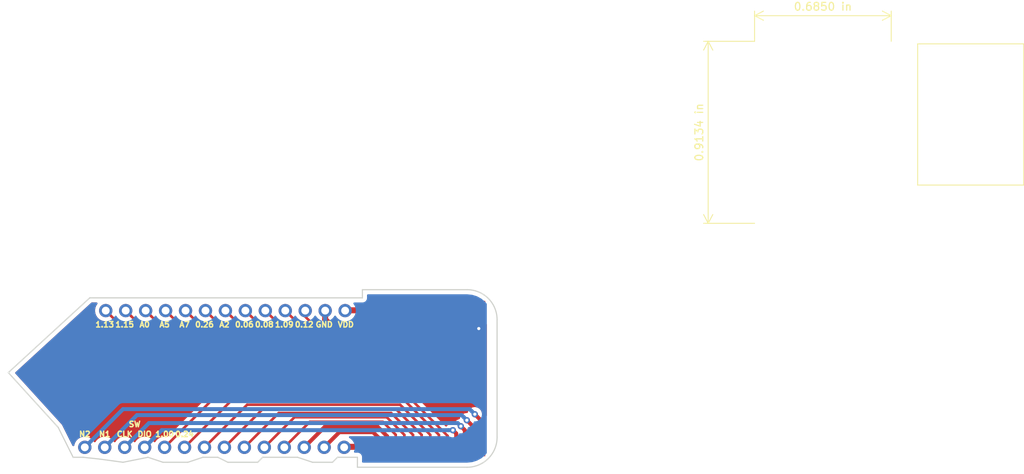
<source format=kicad_pcb>
(kicad_pcb (version 20171130) (host pcbnew 5.1.5-52549c5~84~ubuntu18.04.1)

  (general
    (thickness 1.6)
    (drawings 53)
    (tracks 132)
    (zones 0)
    (modules 3)
    (nets 28)
  )

  (page A4)
  (title_block
    (title "Project Title")
  )

  (layers
    (0 F.Cu signal)
    (31 B.Cu signal)
    (32 B.Adhes user)
    (33 F.Adhes user)
    (34 B.Paste user)
    (35 F.Paste user)
    (36 B.SilkS user)
    (37 F.SilkS user)
    (38 B.Mask user)
    (39 F.Mask user)
    (40 Dwgs.User user)
    (41 Cmts.User user)
    (42 Eco1.User user)
    (43 Eco2.User user)
    (44 Edge.Cuts user)
    (45 Margin user)
    (46 B.CrtYd user)
    (47 F.CrtYd user)
    (48 B.Fab user)
    (49 F.Fab user)
  )

  (setup
    (last_trace_width 0.762)
    (user_trace_width 0.1524)
    (user_trace_width 0.254)
    (user_trace_width 0.3302)
    (user_trace_width 0.508)
    (user_trace_width 0.762)
    (user_trace_width 1.27)
    (trace_clearance 0.2)
    (zone_clearance 0.508)
    (zone_45_only no)
    (trace_min 0.2)
    (via_size 0.8)
    (via_drill 0.4)
    (via_min_size 0.4)
    (via_min_drill 0.3)
    (user_via 0.6858 0.3302)
    (user_via 0.762 0.4064)
    (user_via 0.8636 0.508)
    (uvia_size 0.3)
    (uvia_drill 0.1)
    (uvias_allowed no)
    (uvia_min_size 0.2)
    (uvia_min_drill 0.1)
    (edge_width 0.05)
    (segment_width 0.2)
    (pcb_text_width 0.3)
    (pcb_text_size 1.5 1.5)
    (mod_edge_width 0.12)
    (mod_text_size 1 1)
    (mod_text_width 0.15)
    (pad_size 1.524 1.524)
    (pad_drill 0.762)
    (pad_to_mask_clearance 0.051)
    (solder_mask_min_width 0.25)
    (pad_to_paste_clearance -0.0762)
    (aux_axis_origin 0 0)
    (visible_elements FFFFFF7F)
    (pcbplotparams
      (layerselection 0x010fc_ffffffff)
      (usegerberextensions false)
      (usegerberattributes false)
      (usegerberadvancedattributes false)
      (creategerberjobfile false)
      (excludeedgelayer true)
      (linewidth 0.100000)
      (plotframeref false)
      (viasonmask false)
      (mode 1)
      (useauxorigin false)
      (hpglpennumber 1)
      (hpglpenspeed 20)
      (hpglpendiameter 15.000000)
      (psnegative false)
      (psa4output false)
      (plotreference true)
      (plotvalue true)
      (plotinvisibletext false)
      (padsonsilk false)
      (subtractmaskfromsilk false)
      (outputformat 1)
      (mirror false)
      (drillshape 1)
      (scaleselection 1)
      (outputdirectory ""))
  )

  (net 0 "")
  (net 1 GND)
  (net 2 /P1.13)
  (net 3 /P1.15)
  (net 4 /P0.02-AIN0)
  (net 5 /P0.29-AIN5)
  (net 6 /P0.31-AIN7)
  (net 7 /P0.26)
  (net 8 /P0.04-AIN2)
  (net 9 /P0.06)
  (net 10 /P0.08)
  (net 11 /P1.09)
  (net 12 /P0.12)
  (net 13 VDD)
  (net 14 /VDDH)
  (net 15 /D-)
  (net 16 /D+)
  (net 17 /P0.13)
  (net 18 /P0.15)
  (net 19 /P0.18-RESET)
  (net 20 /P0.20)
  (net 21 /P0.22)
  (net 22 /P0.24)
  (net 23 /P1.00)
  (net 24 /SWDIO)
  (net 25 /SWCLK)
  (net 26 /P0.09-NFC1)
  (net 27 /P0.10-NFC2)

  (net_class Default "This is the default net class."
    (clearance 0.2)
    (trace_width 0.25)
    (via_dia 0.8)
    (via_drill 0.4)
    (uvia_dia 0.3)
    (uvia_drill 0.1)
    (add_net /D+)
    (add_net /D-)
    (add_net /P0.02-AIN0)
    (add_net /P0.04-AIN2)
    (add_net /P0.06)
    (add_net /P0.08)
    (add_net /P0.09-NFC1)
    (add_net /P0.10-NFC2)
    (add_net /P0.12)
    (add_net /P0.13)
    (add_net /P0.15)
    (add_net /P0.18-RESET)
    (add_net /P0.20)
    (add_net /P0.22)
    (add_net /P0.24)
    (add_net /P0.26)
    (add_net /P0.29-AIN5)
    (add_net /P0.31-AIN7)
    (add_net /P1.00)
    (add_net /P1.09)
    (add_net /P1.13)
    (add_net /P1.15)
    (add_net /SWCLK)
    (add_net /SWDIO)
    (add_net /VDDH)
    (add_net GND)
    (add_net VDD)
  )

  (module MS88SF2_01:PinSocket_1x13 (layer F.Cu) (tedit 5E1E170E) (tstamp 5E1F20AB)
    (at 121.412 93.472 90)
    (descr "Through hole straight socket strip, 1x13, 2.54mm pitch, single row (from Kicad 4.0.7), script generated")
    (tags "Through hole socket strip THT 1x13 2.54mm single row")
    (path /5E1FC5E9)
    (fp_text reference J1 (at 0 -2.77 90) (layer F.Fab) hide
      (effects (font (size 1 1) (thickness 0.15)))
    )
    (fp_text value Conn_01x13_Female (at 0 33.02 90) (layer F.Fab) hide
      (effects (font (size 1 1) (thickness 0.15)))
    )
    (fp_text user %R (at 0 16.51) (layer F.Fab)
      (effects (font (size 1 1) (thickness 0.15)))
    )
    (pad 13 thru_hole oval (at 0 30.48 90) (size 1.7 1.7) (drill 1) (layers *.Cu *.Mask)
      (net 13 VDD))
    (pad 12 thru_hole oval (at 0 27.94 90) (size 1.7 1.7) (drill 1) (layers *.Cu *.Mask)
      (net 1 GND))
    (pad 11 thru_hole oval (at 0 25.4 90) (size 1.7 1.7) (drill 1) (layers *.Cu *.Mask)
      (net 12 /P0.12))
    (pad 10 thru_hole oval (at 0 22.86 90) (size 1.7 1.7) (drill 1) (layers *.Cu *.Mask)
      (net 11 /P1.09))
    (pad 9 thru_hole oval (at 0 20.32 90) (size 1.7 1.7) (drill 1) (layers *.Cu *.Mask)
      (net 10 /P0.08))
    (pad 8 thru_hole oval (at 0 17.78 90) (size 1.7 1.7) (drill 1) (layers *.Cu *.Mask)
      (net 9 /P0.06))
    (pad 7 thru_hole oval (at 0 15.24 90) (size 1.7 1.7) (drill 1) (layers *.Cu *.Mask)
      (net 8 /P0.04-AIN2))
    (pad 6 thru_hole oval (at 0 12.7 90) (size 1.7 1.7) (drill 1) (layers *.Cu *.Mask)
      (net 7 /P0.26))
    (pad 5 thru_hole oval (at 0 10.16 90) (size 1.7 1.7) (drill 1) (layers *.Cu *.Mask)
      (net 6 /P0.31-AIN7))
    (pad 4 thru_hole oval (at 0 7.62 90) (size 1.7 1.7) (drill 1) (layers *.Cu *.Mask)
      (net 5 /P0.29-AIN5))
    (pad 3 thru_hole oval (at 0 5.08 90) (size 1.7 1.7) (drill 1) (layers *.Cu *.Mask)
      (net 4 /P0.02-AIN0))
    (pad 2 thru_hole oval (at 0 2.54 90) (size 1.7 1.7) (drill 1) (layers *.Cu *.Mask)
      (net 3 /P1.15))
    (pad 1 thru_hole circle (at 0 0 90) (size 1.7 1.7) (drill 1) (layers *.Cu *.Mask)
      (net 2 /P1.13))
    (model ${KISYS3DMOD}/Connector_PinHeader_2.54mm.3dshapes/PinHeader_1x13_P2.54mm_Vertical.wrl
      (offset (xyz 0 0 -1.78))
      (scale (xyz 1 1 1))
      (rotate (xyz 0 180 0))
    )
  )

  (module MS88SF2_01:PinSocket_1x14 (layer F.Cu) (tedit 5E1D494A) (tstamp 5E1E48F8)
    (at 118.745 110.8964 90)
    (descr "Through hole straight socket strip, 1x14, 2.54mm pitch, single row (from Kicad 4.0.7), script generated")
    (tags "Through hole socket strip THT 1x14 2.54mm single row")
    (path /5E23FDC2)
    (fp_text reference J2 (at 0 -2.77 90) (layer F.Fab) hide
      (effects (font (size 1 1) (thickness 0.15)))
    )
    (fp_text value Conn_01x14_Female (at 0 35.79 90) (layer F.Fab) hide
      (effects (font (size 1 1) (thickness 0.15)))
    )
    (fp_text user %R (at 0 16.51) (layer F.Fab)
      (effects (font (size 1 1) (thickness 0.15)))
    )
    (pad 14 thru_hole oval (at 0 33.02 90) (size 1.7 1.7) (drill 1) (layers *.Cu *.Mask)
      (net 14 /VDDH))
    (pad 13 thru_hole oval (at 0 30.48 90) (size 1.7 1.7) (drill 1) (layers *.Cu *.Mask)
      (net 15 /D-))
    (pad 12 thru_hole oval (at 0 27.94 90) (size 1.7 1.7) (drill 1) (layers *.Cu *.Mask)
      (net 16 /D+))
    (pad 11 thru_hole oval (at 0 25.4 90) (size 1.7 1.7) (drill 1) (layers *.Cu *.Mask)
      (net 17 /P0.13))
    (pad 10 thru_hole oval (at 0 22.86 90) (size 1.7 1.7) (drill 1) (layers *.Cu *.Mask)
      (net 18 /P0.15))
    (pad 9 thru_hole oval (at 0 20.32 90) (size 1.7 1.7) (drill 1) (layers *.Cu *.Mask)
      (net 19 /P0.18-RESET))
    (pad 8 thru_hole oval (at 0 17.78 90) (size 1.7 1.7) (drill 1) (layers *.Cu *.Mask)
      (net 20 /P0.20))
    (pad 7 thru_hole oval (at 0 15.24 90) (size 1.7 1.7) (drill 1) (layers *.Cu *.Mask)
      (net 21 /P0.22))
    (pad 6 thru_hole oval (at 0 12.7 90) (size 1.7 1.7) (drill 1) (layers *.Cu *.Mask)
      (net 22 /P0.24))
    (pad 5 thru_hole oval (at 0 10.16 90) (size 1.7 1.7) (drill 1) (layers *.Cu *.Mask)
      (net 23 /P1.00))
    (pad 4 thru_hole oval (at 0 7.62 90) (size 1.7 1.7) (drill 1) (layers *.Cu *.Mask)
      (net 24 /SWDIO))
    (pad 3 thru_hole oval (at 0 5.08 90) (size 1.7 1.7) (drill 1) (layers *.Cu *.Mask)
      (net 25 /SWCLK))
    (pad 2 thru_hole oval (at 0 2.54 90) (size 1.7 1.7) (drill 1) (layers *.Cu *.Mask)
      (net 26 /P0.09-NFC1))
    (pad 1 thru_hole circle (at 0 0 90) (size 1.7 1.7) (drill 1) (layers *.Cu *.Mask)
      (net 27 /P0.10-NFC2))
    (model ${KISYS3DMOD}/Connector_PinHeader_2.54mm.3dshapes/PinHeader_1x14_P2.54mm_Vertical.wrl
      (offset (xyz 0 0 -1.78))
      (scale (xyz 1 1 1))
      (rotate (xyz 0 180 0))
    )
  )

  (module MS88SF2_01:MS88SF2 (layer F.Cu) (tedit 5E1967CA) (tstamp 5E1D4FE7)
    (at 162.34918 102.1334 270)
    (path /5E20E849)
    (fp_text reference U1 (at 0 -16.51 90) (layer F.Fab) hide
      (effects (font (size 1 1) (thickness 0.15)))
    )
    (fp_text value MS88SF2 (at 0 10.795 90) (layer F.Fab) hide
      (effects (font (size 1 1) (thickness 0.15)))
    )
    (fp_line (start -8.7 8.6868) (end 8.7 8.6868) (layer F.Fab) (width 0.12))
    (fp_line (start -8.7 8.6868) (end -8.7 -14.5132) (layer F.Fab) (width 0.12))
    (fp_line (start 8.7 8.6868) (end 8.7 -14.5132) (layer F.Fab) (width 0.12))
    (fp_line (start -8.7 -14.5132) (end 8.7 -14.5132) (layer F.Fab) (width 0.12))
    (fp_line (start -8.6868 -7.62) (end 8.6868 -7.62) (layer F.Fab) (width 0.12))
    (fp_line (start 8.6868 -7.62) (end -8.6868 -14.5034) (layer F.Fab) (width 0.12))
    (fp_line (start 8.6868 -14.5034) (end -8.6868 -7.62) (layer F.Fab) (width 0.12))
    (pad 1 smd rect (at -8.7 -6.985 270) (size 2.4 0.8) (layers F.Cu F.Paste F.Mask)
      (net 1 GND))
    (pad 2 smd rect (at -8.7 -5.885 270) (size 2.4 0.8) (layers F.Cu F.Paste F.Mask)
      (net 2 /P1.13))
    (pad 3 smd rect (at -8.7 -4.785 270) (size 2.4 0.8) (layers F.Cu F.Paste F.Mask)
      (net 3 /P1.15))
    (pad 4 smd rect (at -8.7 -3.685 270) (size 2.4 0.8) (layers F.Cu F.Paste F.Mask)
      (net 4 /P0.02-AIN0))
    (pad 5 smd rect (at -8.7 -2.585 270) (size 2.4 0.8) (layers F.Cu F.Paste F.Mask)
      (net 5 /P0.29-AIN5))
    (pad 6 smd rect (at -8.7 -1.485 270) (size 2.4 0.8) (layers F.Cu F.Paste F.Mask)
      (net 6 /P0.31-AIN7))
    (pad 7 smd rect (at -8.7 -0.385 270) (size 2.4 0.8) (layers F.Cu F.Paste F.Mask)
      (net 7 /P0.26))
    (pad 8 smd rect (at -8.7 0.715 270) (size 2.4 0.8) (layers F.Cu F.Paste F.Mask)
      (net 8 /P0.04-AIN2))
    (pad 9 smd rect (at -8.7 1.815 270) (size 2.4 0.8) (layers F.Cu F.Paste F.Mask)
      (net 9 /P0.06))
    (pad 10 smd rect (at -8.7 2.915 270) (size 2.4 0.8) (layers F.Cu F.Paste F.Mask)
      (net 10 /P0.08))
    (pad 11 smd rect (at -8.7 4.015 270) (size 2.4 0.8) (layers F.Cu F.Paste F.Mask)
      (net 11 /P1.09))
    (pad 12 smd rect (at -8.7 5.115 270) (size 2.4 0.8) (layers F.Cu F.Paste F.Mask)
      (net 12 /P0.12))
    (pad 13 smd rect (at -8.7 6.215 270) (size 2.4 0.8) (layers F.Cu F.Paste F.Mask)
      (net 1 GND))
    (pad 14 smd rect (at -8.7 7.315 270) (size 2.4 0.8) (layers F.Cu F.Paste F.Mask)
      (net 13 VDD))
    (pad 28 smd rect (at 8.7 -6.985 270) (size 2.4 0.8) (layers F.Cu F.Paste F.Mask)
      (net 27 /P0.10-NFC2))
    (pad 27 smd rect (at 8.7 -5.885 270) (size 2.4 0.8) (layers F.Cu F.Paste F.Mask)
      (net 26 /P0.09-NFC1))
    (pad 26 smd rect (at 8.7 -4.785 270) (size 2.4 0.8) (layers F.Cu F.Paste F.Mask)
      (net 25 /SWCLK))
    (pad 25 smd rect (at 8.7 -3.685 270) (size 2.4 0.8) (layers F.Cu F.Paste F.Mask)
      (net 24 /SWDIO))
    (pad 24 smd rect (at 8.7 -2.585 270) (size 2.4 0.8) (layers F.Cu F.Paste F.Mask)
      (net 23 /P1.00))
    (pad 23 smd rect (at 8.7 -1.485 270) (size 2.4 0.8) (layers F.Cu F.Paste F.Mask)
      (net 22 /P0.24))
    (pad 22 smd rect (at 8.7 -0.385 270) (size 2.4 0.8) (layers F.Cu F.Paste F.Mask)
      (net 21 /P0.22))
    (pad 21 smd rect (at 8.7 0.715 270) (size 2.4 0.8) (layers F.Cu F.Paste F.Mask)
      (net 20 /P0.20))
    (pad 20 smd rect (at 8.7 1.815 270) (size 2.4 0.8) (layers F.Cu F.Paste F.Mask)
      (net 19 /P0.18-RESET))
    (pad 19 smd rect (at 8.7 2.915 270) (size 2.4 0.8) (layers F.Cu F.Paste F.Mask)
      (net 18 /P0.15))
    (pad 18 smd rect (at 8.7 4.015 270) (size 2.4 0.8) (layers F.Cu F.Paste F.Mask)
      (net 17 /P0.13))
    (pad 17 smd rect (at 8.7 5.115 270) (size 2.4 0.8) (layers F.Cu F.Paste F.Mask)
      (net 16 /D+))
    (pad 16 smd rect (at 8.7 6.215 270) (size 2.4 0.8) (layers F.Cu F.Paste F.Mask)
      (net 15 /D-))
    (pad 15 smd rect (at 8.7 7.315 270) (size 2.4 0.8) (layers F.Cu F.Paste F.Mask)
      (net 14 /VDDH))
  )

  (gr_line (start 140.75918 112.8014) (end 141.39418 112.1664) (layer Edge.Cuts) (width 0.1524))
  (gr_line (start 136.94918 112.8014) (end 140.75918 112.8014) (layer Edge.Cuts) (width 0.1524))
  (gr_line (start 150.91918 112.1664) (end 153.45918 112.1664) (layer Edge.Cuts) (width 0.1524))
  (gr_line (start 150.28418 112.8014) (end 150.91918 112.1664) (layer Edge.Cuts) (width 0.1524))
  (gr_line (start 153.45918 112.1664) (end 153.45918 113.4364) (layer Edge.Cuts) (width 0.1524))
  (gr_line (start 133.77418 112.1664) (end 135.67918 112.1664) (layer Edge.Cuts) (width 0.1524))
  (gr_line (start 147.74418 112.8014) (end 150.28418 112.8014) (layer Edge.Cuts) (width 0.1524))
  (gr_line (start 135.67918 112.1664) (end 136.94918 112.8014) (layer Edge.Cuts) (width 0.1524))
  (gr_line (start 141.39418 112.1664) (end 145.83918 112.1664) (layer Edge.Cuts) (width 0.1524))
  (gr_line (start 131.86918 112.8014) (end 133.77418 112.1664) (layer Edge.Cuts) (width 0.1524))
  (gr_line (start 145.83918 112.1664) (end 147.74418 112.8014) (layer Edge.Cuts) (width 0.1524))
  (gr_text 0.24 (at 131.445 109.22) (layer F.SilkS) (tstamp 5E1D9C33)
    (effects (font (size 0.7 0.7) (thickness 0.175)))
  )
  (gr_line (start 238.29 77.47) (end 238.29 59.47) (layer F.SilkS) (width 0.12) (tstamp 5E1E4246))
  (gr_line (start 224.79 77.47) (end 238.29 77.47) (layer F.SilkS) (width 0.12) (tstamp 5E1E4242))
  (gr_line (start 224.79 59.47) (end 238.29 59.47) (layer F.SilkS) (width 0.12) (tstamp 5E1E423A))
  (gr_line (start 224.79 77.47) (end 224.79 59.47) (layer F.SilkS) (width 0.12))
  (dimension 23.2 (width 0.12) (layer F.SilkS)
    (gr_text "23.200 mm" (at 196.85 70.7468 270) (layer F.SilkS)
      (effects (font (size 1 1) (thickness 0.15)))
    )
    (feature1 (pts (xy 204.025 82.3468) (xy 197.533579 82.3468)))
    (feature2 (pts (xy 204.025 59.1468) (xy 197.533579 59.1468)))
    (crossbar (pts (xy 198.12 59.1468) (xy 198.12 82.3468)))
    (arrow1a (pts (xy 198.12 82.3468) (xy 197.533579 81.220296)))
    (arrow1b (pts (xy 198.12 82.3468) (xy 198.706421 81.220296)))
    (arrow2a (pts (xy 198.12 59.1468) (xy 197.533579 60.273304)))
    (arrow2b (pts (xy 198.12 59.1468) (xy 198.706421 60.273304)))
  )
  (dimension 17.4 (width 0.12) (layer F.SilkS)
    (gr_text "17.400 mm" (at 212.725 54.61) (layer F.SilkS)
      (effects (font (size 1 1) (thickness 0.15)))
    )
    (feature1 (pts (xy 221.425 59.1468) (xy 221.425 55.293579)))
    (feature2 (pts (xy 204.025 59.1468) (xy 204.025 55.293579)))
    (crossbar (pts (xy 204.025 55.88) (xy 221.425 55.88)))
    (arrow1a (pts (xy 221.425 55.88) (xy 220.298496 56.466421)))
    (arrow1b (pts (xy 221.425 55.88) (xy 220.298496 55.293579)))
    (arrow2a (pts (xy 204.025 55.88) (xy 205.151504 56.466421)))
    (arrow2b (pts (xy 204.025 55.88) (xy 205.151504 55.293579)))
  )
  (gr_arc (start 167.42918 109.6264) (end 167.42918 113.4364) (angle -90) (layer Edge.Cuts) (width 0.1524) (tstamp 5E1DA060))
  (gr_arc (start 167.42918 94.615) (end 171.23918 94.615) (angle -90) (layer Edge.Cuts) (width 0.1524))
  (gr_line (start 117.26418 112.1664) (end 115.35918 108.3564) (layer Edge.Cuts) (width 0.1524))
  (gr_line (start 118.53418 112.1664) (end 117.26418 112.1664) (layer Edge.Cuts) (width 0.1524))
  (gr_line (start 154.09418 90.805) (end 154.09418 91.8464) (layer Edge.Cuts) (width 0.1524) (tstamp 5E1D9F8B))
  (gr_line (start 167.42918 90.805) (end 154.09418 90.805) (layer Edge.Cuts) (width 0.1524))
  (gr_line (start 171.23918 109.6264) (end 171.23918 94.615) (layer Edge.Cuts) (width 0.1524))
  (gr_line (start 153.45918 113.4364) (end 167.42918 113.4364) (layer Edge.Cuts) (width 0.1524))
  (gr_line (start 128.69418 112.8014) (end 131.86918 112.8014) (layer Edge.Cuts) (width 0.1524))
  (gr_line (start 126.78918 112.1664) (end 128.69418 112.8014) (layer Edge.Cuts) (width 0.1524))
  (gr_line (start 123.61418 112.8014) (end 126.78918 112.1664) (layer Edge.Cuts) (width 0.1524))
  (gr_line (start 120.65 112.395) (end 123.61418 112.8014) (layer Edge.Cuts) (width 0.1524))
  (gr_line (start 118.53418 112.1664) (end 120.65 112.395) (layer Edge.Cuts) (width 0.1524))
  (gr_line (start 109.00918 101.3714) (end 115.35918 108.3564) (layer Edge.Cuts) (width 0.1524))
  (gr_line (start 119.38 91.8464) (end 109.00918 101.3714) (layer Edge.Cuts) (width 0.1524))
  (gr_text SW (at 125.095 107.95) (layer F.SilkS) (tstamp 5E1D9E9E)
    (effects (font (size 0.7 0.7) (thickness 0.175)))
  )
  (gr_text CLK (at 123.825 109.22) (layer F.SilkS) (tstamp 5E1D9C37)
    (effects (font (size 0.7 0.7) (thickness 0.175)))
  )
  (gr_text N1 (at 121.285 109.22) (layer F.SilkS) (tstamp 5E1D9C36)
    (effects (font (size 0.7 0.7) (thickness 0.175)))
  )
  (gr_text N2 (at 118.745 109.22) (layer F.SilkS) (tstamp 5E1D9C35)
    (effects (font (size 0.7 0.7) (thickness 0.175)))
  )
  (gr_text 1.00 (at 128.905 109.22) (layer F.SilkS) (tstamp 5E1D9C34)
    (effects (font (size 0.7 0.7) (thickness 0.175)))
  )
  (gr_text DIO (at 126.365 109.22) (layer F.SilkS) (tstamp 5E1D9C32)
    (effects (font (size 0.7 0.7) (thickness 0.175)))
  )
  (gr_text A5 (at 128.905 95.25) (layer F.SilkS) (tstamp 5E1D9D2C)
    (effects (font (size 0.7 0.7) (thickness 0.175)))
  )
  (gr_text 1.13 (at 121.285 95.25) (layer F.SilkS) (tstamp 5E1D9D26)
    (effects (font (size 0.7 0.7) (thickness 0.175)))
  )
  (gr_text 1.15 (at 123.825 95.25) (layer F.SilkS) (tstamp 5E1D9D20)
    (effects (font (size 0.7 0.7) (thickness 0.175)))
  )
  (gr_text A7 (at 131.445 95.25) (layer F.SilkS) (tstamp 5E1D9D2F)
    (effects (font (size 0.7 0.7) (thickness 0.175)))
  )
  (gr_text A0 (at 126.365 95.25) (layer F.SilkS) (tstamp 5E1D9D74)
    (effects (font (size 0.7 0.7) (thickness 0.175)))
  )
  (gr_text A2 (at 136.525 95.25) (layer F.SilkS) (tstamp 5E1D9D23)
    (effects (font (size 0.7 0.7) (thickness 0.175)))
  )
  (gr_line (start 154.09418 91.8464) (end 119.38 91.8464) (layer Edge.Cuts) (width 0.1524))
  (gr_text 0.12 (at 146.685 95.25) (layer F.SilkS) (tstamp 5E1D9D35)
    (effects (font (size 0.7 0.7) (thickness 0.175)))
  )
  (gr_text GND (at 149.225 95.25) (layer F.SilkS) (tstamp 5E1D9D3B)
    (effects (font (size 0.7 0.7) (thickness 0.175)))
  )
  (gr_text VDD (at 151.97582 95.25) (layer F.SilkS) (tstamp 5E1D9D1D)
    (effects (font (size 0.7 0.7) (thickness 0.175)))
  )
  (gr_text 1.09 (at 144.145 95.25) (layer F.SilkS) (tstamp 5E1D9D1A)
    (effects (font (size 0.7 0.7) (thickness 0.175)))
  )
  (gr_text 0.08 (at 141.605 95.25) (layer F.SilkS) (tstamp 5E1D9D38)
    (effects (font (size 0.7 0.7) (thickness 0.175)))
  )
  (gr_text 0.06 (at 139.065 95.25) (layer F.SilkS) (tstamp 5E1D9D32)
    (effects (font (size 0.7 0.7) (thickness 0.175)))
  )
  (gr_text 0.26 (at 133.985 95.25) (layer F.SilkS) (tstamp 5E1D9D77)
    (effects (font (size 0.7 0.7) (thickness 0.175)))
  )

  (via (at 168.91 95.758) (size 0.8) (drill 0.4) (layers F.Cu B.Cu) (net 1))
  (segment (start 169.33418 93.4334) (end 169.33418 95.33382) (width 0.762) (layer F.Cu) (net 1))
  (segment (start 169.33418 95.33382) (end 168.91 95.758) (width 0.762) (layer F.Cu) (net 1))
  (segment (start 149.352 93.472) (end 149.225 93.345) (width 0.762) (layer F.Cu) (net 1))
  (segment (start 149.352 94.615) (end 149.352 93.472) (width 0.762) (layer F.Cu) (net 1))
  (segment (start 150.288779 95.551779) (end 149.352 94.615) (width 0.762) (layer F.Cu) (net 1))
  (segment (start 155.400221 95.551779) (end 150.288779 95.551779) (width 0.762) (layer F.Cu) (net 1))
  (segment (start 156.13418 93.4334) (end 156.13418 94.81782) (width 0.762) (layer F.Cu) (net 1))
  (segment (start 156.13418 94.81782) (end 155.400221 95.551779) (width 0.762) (layer F.Cu) (net 1))
  (segment (start 129.54 101.6) (end 161.544 101.6) (width 0.3302) (layer F.Cu) (net 2))
  (segment (start 121.285 93.345) (end 129.54 101.6) (width 0.3302) (layer F.Cu) (net 2))
  (segment (start 161.544 101.6) (end 168.23418 94.90982) (width 0.3302) (layer F.Cu) (net 2))
  (segment (start 168.23418 94.90982) (end 168.23418 93.4334) (width 0.3302) (layer F.Cu) (net 2))
  (segment (start 167.13418 94.99382) (end 161.058211 101.069789) (width 0.3302) (layer F.Cu) (net 3))
  (segment (start 124.674999 94.194999) (end 123.825 93.345) (width 0.3302) (layer F.Cu) (net 3))
  (segment (start 167.13418 93.4334) (end 167.13418 94.99382) (width 0.3302) (layer F.Cu) (net 3))
  (segment (start 161.058211 101.069789) (end 131.549789 101.069789) (width 0.3302) (layer F.Cu) (net 3))
  (segment (start 131.549789 101.069789) (end 124.674999 94.194999) (width 0.3302) (layer F.Cu) (net 3))
  (segment (start 166.03418 95.07782) (end 160.572422 100.539578) (width 0.3302) (layer F.Cu) (net 4))
  (segment (start 160.572422 100.539578) (end 133.559578 100.539578) (width 0.3302) (layer F.Cu) (net 4))
  (segment (start 166.03418 93.4334) (end 166.03418 95.07782) (width 0.3302) (layer F.Cu) (net 4))
  (segment (start 133.559578 100.539578) (end 127.214999 94.194999) (width 0.3302) (layer F.Cu) (net 4))
  (segment (start 127.214999 94.194999) (end 126.365 93.345) (width 0.3302) (layer F.Cu) (net 4))
  (segment (start 135.569367 100.009367) (end 160.086633 100.009367) (width 0.3302) (layer F.Cu) (net 5))
  (segment (start 164.93418 95.16182) (end 164.93418 94.9636) (width 0.3302) (layer F.Cu) (net 5))
  (segment (start 128.905 93.345) (end 135.569367 100.009367) (width 0.3302) (layer F.Cu) (net 5))
  (segment (start 164.93418 94.9636) (end 164.93418 93.4334) (width 0.3302) (layer F.Cu) (net 5))
  (segment (start 160.086633 100.009367) (end 164.93418 95.16182) (width 0.3302) (layer F.Cu) (net 5))
  (segment (start 137.579156 99.479156) (end 159.346844 99.479156) (width 0.3302) (layer F.Cu) (net 6))
  (segment (start 163.83418 94.9636) (end 163.83418 93.4334) (width 0.3302) (layer F.Cu) (net 6))
  (segment (start 131.445 93.345) (end 137.579156 99.479156) (width 0.3302) (layer F.Cu) (net 6))
  (segment (start 159.346844 99.479156) (end 163.83418 94.99182) (width 0.3302) (layer F.Cu) (net 6))
  (segment (start 163.83418 94.99182) (end 163.83418 94.9636) (width 0.3302) (layer F.Cu) (net 6))
  (segment (start 139.588945 98.948945) (end 158.765805 98.948945) (width 0.3302) (layer F.Cu) (net 7))
  (segment (start 133.985 93.345) (end 139.588945 98.948945) (width 0.3302) (layer F.Cu) (net 7))
  (segment (start 158.765805 98.948945) (end 162.73418 94.98057) (width 0.3302) (layer F.Cu) (net 7))
  (segment (start 162.73418 94.98057) (end 162.73418 94.9636) (width 0.3302) (layer F.Cu) (net 7))
  (segment (start 162.73418 94.9636) (end 162.73418 93.4334) (width 0.3302) (layer F.Cu) (net 7))
  (segment (start 161.63418 94.90582) (end 158.121266 98.418734) (width 0.3302) (layer F.Cu) (net 8))
  (segment (start 141.598734 98.418734) (end 137.374999 94.194999) (width 0.3302) (layer F.Cu) (net 8))
  (segment (start 161.63418 93.4334) (end 161.63418 94.90582) (width 0.3302) (layer F.Cu) (net 8))
  (segment (start 158.121266 98.418734) (end 141.598734 98.418734) (width 0.3302) (layer F.Cu) (net 8))
  (segment (start 137.374999 94.194999) (end 136.525 93.345) (width 0.3302) (layer F.Cu) (net 8))
  (segment (start 160.53418 94.98982) (end 157.635477 97.888523) (width 0.3302) (layer F.Cu) (net 9))
  (segment (start 139.914999 94.194999) (end 139.065 93.345) (width 0.3302) (layer F.Cu) (net 9))
  (segment (start 160.53418 93.4334) (end 160.53418 94.98982) (width 0.3302) (layer F.Cu) (net 9))
  (segment (start 157.635477 97.888523) (end 143.608523 97.888523) (width 0.3302) (layer F.Cu) (net 9))
  (segment (start 143.608523 97.888523) (end 139.914999 94.194999) (width 0.3302) (layer F.Cu) (net 9))
  (segment (start 145.618312 97.358312) (end 157.149688 97.358312) (width 0.3302) (layer F.Cu) (net 10))
  (segment (start 141.605 93.345) (end 145.618312 97.358312) (width 0.3302) (layer F.Cu) (net 10))
  (segment (start 157.149688 97.358312) (end 159.43418 95.07382) (width 0.3302) (layer F.Cu) (net 10))
  (segment (start 159.43418 95.07382) (end 159.43418 94.9636) (width 0.3302) (layer F.Cu) (net 10))
  (segment (start 159.43418 94.9636) (end 159.43418 93.4334) (width 0.3302) (layer F.Cu) (net 10))
  (segment (start 147.628101 96.828101) (end 156.663899 96.828101) (width 0.3302) (layer F.Cu) (net 11))
  (segment (start 158.33418 94.9636) (end 158.33418 93.4334) (width 0.3302) (layer F.Cu) (net 11))
  (segment (start 144.145 93.345) (end 147.628101 96.828101) (width 0.3302) (layer F.Cu) (net 11))
  (segment (start 158.33418 95.15782) (end 158.33418 94.9636) (width 0.3302) (layer F.Cu) (net 11))
  (segment (start 156.663899 96.828101) (end 158.33418 95.15782) (width 0.3302) (layer F.Cu) (net 11))
  (segment (start 146.685 94.107) (end 148.87589 96.29789) (width 0.3302) (layer F.Cu) (net 12))
  (segment (start 146.685 93.345) (end 146.685 94.107) (width 0.3302) (layer F.Cu) (net 12))
  (segment (start 157.23418 95.24182) (end 157.23418 93.4334) (width 0.3302) (layer F.Cu) (net 12))
  (segment (start 148.87589 96.29789) (end 156.17811 96.29789) (width 0.3302) (layer F.Cu) (net 12))
  (segment (start 156.17811 96.29789) (end 157.23418 95.24182) (width 0.3302) (layer F.Cu) (net 12))
  (segment (start 151.8534 93.4334) (end 151.765 93.345) (width 0.762) (layer F.Cu) (net 13))
  (segment (start 155.03418 93.4334) (end 151.8534 93.4334) (width 0.762) (layer F.Cu) (net 13))
  (segment (start 151.828 110.8334) (end 151.765 110.8964) (width 0.762) (layer F.Cu) (net 14))
  (segment (start 155.03418 110.8334) (end 151.828 110.8334) (width 0.762) (layer F.Cu) (net 14))
  (segment (start 155.448 108.966) (end 151.1554 108.966) (width 0.508) (layer F.Cu) (net 15))
  (segment (start 156.13418 110.8334) (end 156.13418 109.65218) (width 0.508) (layer F.Cu) (net 15))
  (segment (start 151.1554 108.966) (end 149.225 110.8964) (width 0.508) (layer F.Cu) (net 15))
  (segment (start 156.13418 109.65218) (end 155.448 108.966) (width 0.508) (layer F.Cu) (net 15))
  (segment (start 157.23418 109.48218) (end 157.23418 110.8334) (width 0.508) (layer F.Cu) (net 16))
  (segment (start 156.009989 108.257989) (end 157.23418 109.48218) (width 0.508) (layer F.Cu) (net 16))
  (segment (start 146.685 110.8964) (end 149.323411 108.257989) (width 0.508) (layer F.Cu) (net 16))
  (segment (start 149.323411 108.257989) (end 156.009989 108.257989) (width 0.508) (layer F.Cu) (net 16))
  (segment (start 156.683891 107.638878) (end 147.402522 107.638878) (width 0.3302) (layer F.Cu) (net 17))
  (segment (start 147.402522 107.638878) (end 144.994999 110.046401) (width 0.3302) (layer F.Cu) (net 17))
  (segment (start 144.994999 110.046401) (end 144.145 110.8964) (width 0.3302) (layer F.Cu) (net 17))
  (segment (start 158.33418 109.289167) (end 156.683891 107.638878) (width 0.3302) (layer F.Cu) (net 17))
  (segment (start 158.33418 110.8334) (end 158.33418 109.289167) (width 0.3302) (layer F.Cu) (net 17))
  (segment (start 157.185658 107.054678) (end 159.43418 109.3032) (width 0.3302) (layer F.Cu) (net 18))
  (segment (start 141.605 110.8964) (end 145.446722 107.054678) (width 0.3302) (layer F.Cu) (net 18))
  (segment (start 159.43418 109.3032) (end 159.43418 110.8334) (width 0.3302) (layer F.Cu) (net 18))
  (segment (start 145.446722 107.054678) (end 157.185658 107.054678) (width 0.3302) (layer F.Cu) (net 18))
  (segment (start 139.065 110.8964) (end 143.436933 106.524467) (width 0.3302) (layer F.Cu) (net 19))
  (segment (start 157.755447 106.524467) (end 160.53418 109.3032) (width 0.3302) (layer F.Cu) (net 19))
  (segment (start 143.436933 106.524467) (end 157.755447 106.524467) (width 0.3302) (layer F.Cu) (net 19))
  (segment (start 160.53418 109.3032) (end 160.53418 110.8334) (width 0.3302) (layer F.Cu) (net 19))
  (segment (start 141.427144 105.994256) (end 158.325236 105.994256) (width 0.3302) (layer F.Cu) (net 20))
  (segment (start 136.525 110.8964) (end 141.427144 105.994256) (width 0.3302) (layer F.Cu) (net 20))
  (segment (start 158.325236 105.994256) (end 161.63418 109.3032) (width 0.3302) (layer F.Cu) (net 20))
  (segment (start 161.63418 109.3032) (end 161.63418 110.8334) (width 0.3302) (layer F.Cu) (net 20))
  (segment (start 162.73418 109.3032) (end 162.73418 110.8334) (width 0.3302) (layer F.Cu) (net 21))
  (segment (start 133.985 110.8964) (end 139.417355 105.464045) (width 0.3302) (layer F.Cu) (net 21))
  (segment (start 158.895025 105.464045) (end 162.73418 109.3032) (width 0.3302) (layer F.Cu) (net 21))
  (segment (start 139.417355 105.464045) (end 158.895025 105.464045) (width 0.3302) (layer F.Cu) (net 21))
  (segment (start 163.83418 109.3032) (end 163.83418 110.8334) (width 0.3302) (layer F.Cu) (net 22))
  (segment (start 131.445 110.8964) (end 137.407566 104.933834) (width 0.3302) (layer F.Cu) (net 22))
  (segment (start 137.407566 104.933834) (end 159.464814 104.933834) (width 0.3302) (layer F.Cu) (net 22))
  (segment (start 159.464814 104.933834) (end 163.83418 109.3032) (width 0.3302) (layer F.Cu) (net 22))
  (segment (start 164.93418 109.43269) (end 164.93418 110.8334) (width 0.3302) (layer F.Cu) (net 23))
  (segment (start 159.905113 104.403623) (end 164.93418 109.43269) (width 0.3302) (layer F.Cu) (net 23))
  (segment (start 128.905 110.8964) (end 135.397777 104.403623) (width 0.3302) (layer F.Cu) (net 23))
  (segment (start 135.397777 104.403623) (end 159.905113 104.403623) (width 0.3302) (layer F.Cu) (net 23))
  (segment (start 165.042315 108.712) (end 165.608 108.712) (width 0.508) (layer B.Cu) (net 24))
  (segment (start 165.62078 108.712) (end 165.608 108.712) (width 0.508) (layer F.Cu) (net 24))
  (segment (start 126.365 110.8964) (end 128.5494 108.712) (width 0.508) (layer B.Cu) (net 24))
  (segment (start 128.5494 108.712) (end 165.042315 108.712) (width 0.508) (layer B.Cu) (net 24))
  (segment (start 166.03418 110.8334) (end 166.03418 109.1254) (width 0.508) (layer F.Cu) (net 24))
  (segment (start 166.03418 109.1254) (end 165.62078 108.712) (width 0.508) (layer F.Cu) (net 24))
  (via (at 165.608 108.712) (size 0.8) (drill 0.4) (layers F.Cu B.Cu) (net 24))
  (via (at 166.623992 108.204) (size 0.8) (drill 0.4) (layers F.Cu B.Cu) (net 25))
  (segment (start 167.13418 108.714188) (end 167.023991 108.603999) (width 0.508) (layer F.Cu) (net 25))
  (segment (start 167.023991 108.603999) (end 166.623992 108.204) (width 0.508) (layer F.Cu) (net 25))
  (segment (start 166.223993 107.804001) (end 166.623992 108.204) (width 0.508) (layer B.Cu) (net 25))
  (segment (start 167.13418 110.8334) (end 167.13418 108.714188) (width 0.508) (layer F.Cu) (net 25))
  (segment (start 126.917399 107.804001) (end 166.223993 107.804001) (width 0.508) (layer B.Cu) (net 25))
  (segment (start 123.825 110.8964) (end 126.917399 107.804001) (width 0.508) (layer B.Cu) (net 25))
  (via (at 167.385994 107.442) (size 0.8) (drill 0.4) (layers F.Cu B.Cu) (net 26))
  (segment (start 166.731995 106.788001) (end 166.985995 107.042001) (width 0.508) (layer B.Cu) (net 26))
  (segment (start 166.985995 107.042001) (end 167.385994 107.442) (width 0.508) (layer B.Cu) (net 26))
  (segment (start 125.393399 106.788001) (end 166.731995 106.788001) (width 0.508) (layer B.Cu) (net 26))
  (segment (start 121.285 110.8964) (end 125.393399 106.788001) (width 0.508) (layer B.Cu) (net 26))
  (segment (start 168.23418 108.290186) (end 167.385994 107.442) (width 0.508) (layer F.Cu) (net 26))
  (segment (start 168.23418 110.8334) (end 168.23418 108.290186) (width 0.508) (layer F.Cu) (net 26))
  (segment (start 169.33418 107.61218) (end 168.402 106.68) (width 0.508) (layer F.Cu) (net 27))
  (segment (start 167.748001 106.026001) (end 168.002001 106.280001) (width 0.508) (layer B.Cu) (net 27))
  (segment (start 118.745 110.8964) (end 123.615399 106.026001) (width 0.508) (layer B.Cu) (net 27))
  (segment (start 169.33418 110.8334) (end 169.33418 107.61218) (width 0.508) (layer F.Cu) (net 27))
  (via (at 168.402 106.68) (size 0.8) (drill 0.4) (layers F.Cu B.Cu) (net 27))
  (segment (start 168.002001 106.280001) (end 168.402 106.68) (width 0.508) (layer B.Cu) (net 27))
  (segment (start 123.615399 106.026001) (end 167.748001 106.026001) (width 0.508) (layer B.Cu) (net 27))

  (zone (net 0) (net_name "") (layer B.Cu) (tstamp 0) (hatch edge 0.508)
    (connect_pads (clearance 0.508))
    (min_thickness 0.254)
    (keepout (tracks not_allowed) (vias not_allowed) (copperpour not_allowed))
    (fill (arc_segments 32) (thermal_gap 0.508) (thermal_bridge_width 0.508))
    (polygon
      (pts
        (xy 171.45 112.395) (xy 169.93108 112.40008) (xy 169.93108 90.81008) (xy 171.45 90.805)
      )
    )
  )
  (zone (net 0) (net_name "") (layer F.Cu) (tstamp 5E1E42EC) (hatch edge 0.508)
    (connect_pads (clearance 0.508))
    (min_thickness 0.254)
    (keepout (tracks not_allowed) (vias not_allowed) (copperpour not_allowed))
    (fill (arc_segments 32) (thermal_gap 0.508) (thermal_bridge_width 0.508))
    (polygon
      (pts
        (xy 171.45 112.395) (xy 169.93108 112.40008) (xy 169.93108 90.81008) (xy 171.45 90.805)
      )
    )
  )
  (zone (net 1) (net_name GND) (layer F.Cu) (tstamp 0) (hatch edge 0.508)
    (connect_pads (clearance 0.508))
    (min_thickness 0.254)
    (fill yes (arc_segments 32) (thermal_gap 0.508) (thermal_bridge_width 0.508))
    (polygon
      (pts
        (xy 170.18 114.3) (xy 107.95 114.3) (xy 107.95 88.9) (xy 170.18 88.9)
      )
    )
    (filled_polygon
      (pts
        (xy 120.09601 92.768589) (xy 119.984068 93.038842) (xy 119.927 93.32574) (xy 119.927 93.61826) (xy 119.984068 93.905158)
        (xy 120.09601 94.175411) (xy 120.258525 94.418632) (xy 120.465368 94.625475) (xy 120.708589 94.78799) (xy 120.978842 94.899932)
        (xy 121.26574 94.957) (xy 121.55826 94.957) (xy 121.731107 94.922618) (xy 128.946455 102.137967) (xy 128.971507 102.168493)
        (xy 129.002033 102.193545) (xy 129.002035 102.193547) (xy 129.093337 102.268477) (xy 129.167632 102.308188) (xy 129.232334 102.342772)
        (xy 129.383153 102.388523) (xy 129.500697 102.4001) (xy 129.500707 102.4001) (xy 129.54 102.40397) (xy 129.579293 102.4001)
        (xy 161.504707 102.4001) (xy 161.544 102.40397) (xy 161.583293 102.4001) (xy 161.583303 102.4001) (xy 161.700847 102.388523)
        (xy 161.851666 102.342772) (xy 161.990662 102.268477) (xy 162.112493 102.168493) (xy 162.13755 102.137961) (xy 168.772148 95.503364)
        (xy 168.802673 95.478313) (xy 168.827727 95.447785) (xy 168.902657 95.356483) (xy 168.948299 95.271092) (xy 169.04843 95.2684)
        (xy 169.20718 95.10965) (xy 169.20718 94.908453) (xy 169.223682 94.87758) (xy 169.259992 94.757882) (xy 169.272252 94.6334)
        (xy 169.272252 93.2864) (xy 169.46118 93.2864) (xy 169.46118 93.3064) (xy 169.48118 93.3064) (xy 169.48118 93.5604)
        (xy 169.46118 93.5604) (xy 169.46118 95.10965) (xy 169.61993 95.2684) (xy 169.73418 95.271472) (xy 169.80408 95.264588)
        (xy 169.80408 106.824844) (xy 169.40713 106.427895) (xy 169.397226 106.378102) (xy 169.319205 106.189744) (xy 169.205937 106.020226)
        (xy 169.061774 105.876063) (xy 168.892256 105.762795) (xy 168.703898 105.684774) (xy 168.503939 105.645) (xy 168.300061 105.645)
        (xy 168.100102 105.684774) (xy 167.911744 105.762795) (xy 167.742226 105.876063) (xy 167.598063 106.020226) (xy 167.484795 106.189744)
        (xy 167.406774 106.378102) (xy 167.401026 106.407) (xy 167.284055 106.407) (xy 167.084096 106.446774) (xy 166.895738 106.524795)
        (xy 166.72622 106.638063) (xy 166.582057 106.782226) (xy 166.468789 106.951744) (xy 166.390768 107.140102) (xy 166.379375 107.19738)
        (xy 166.322094 107.208774) (xy 166.133736 107.286795) (xy 165.964218 107.400063) (xy 165.820055 107.544226) (xy 165.728828 107.680757)
        (xy 165.709939 107.677) (xy 165.506061 107.677) (xy 165.306102 107.716774) (xy 165.117744 107.794795) (xy 164.948226 107.908063)
        (xy 164.804063 108.052226) (xy 164.756464 108.123463) (xy 160.498663 103.865662) (xy 160.473606 103.83513) (xy 160.351775 103.735146)
        (xy 160.212779 103.660851) (xy 160.06196 103.6151) (xy 159.944416 103.603523) (xy 159.944406 103.603523) (xy 159.905113 103.599653)
        (xy 159.86582 103.603523) (xy 135.437069 103.603523) (xy 135.397776 103.599653) (xy 135.358483 103.603523) (xy 135.358474 103.603523)
        (xy 135.24093 103.6151) (xy 135.090111 103.660851) (xy 135.025409 103.695435) (xy 134.951114 103.735146) (xy 134.859812 103.810076)
        (xy 134.829284 103.83513) (xy 134.804232 103.865656) (xy 129.224107 109.445782) (xy 129.05126 109.4114) (xy 128.75874 109.4114)
        (xy 128.471842 109.468468) (xy 128.201589 109.58041) (xy 127.958368 109.742925) (xy 127.751525 109.949768) (xy 127.635 110.12416)
        (xy 127.518475 109.949768) (xy 127.311632 109.742925) (xy 127.068411 109.58041) (xy 126.798158 109.468468) (xy 126.51126 109.4114)
        (xy 126.21874 109.4114) (xy 125.931842 109.468468) (xy 125.661589 109.58041) (xy 125.418368 109.742925) (xy 125.211525 109.949768)
        (xy 125.095 110.12416) (xy 124.978475 109.949768) (xy 124.771632 109.742925) (xy 124.528411 109.58041) (xy 124.258158 109.468468)
        (xy 123.97126 109.4114) (xy 123.67874 109.4114) (xy 123.391842 109.468468) (xy 123.121589 109.58041) (xy 122.878368 109.742925)
        (xy 122.671525 109.949768) (xy 122.555 110.12416) (xy 122.438475 109.949768) (xy 122.231632 109.742925) (xy 121.988411 109.58041)
        (xy 121.718158 109.468468) (xy 121.43126 109.4114) (xy 121.13874 109.4114) (xy 120.851842 109.468468) (xy 120.581589 109.58041)
        (xy 120.338368 109.742925) (xy 120.131525 109.949768) (xy 120.015 110.12416) (xy 119.898475 109.949768) (xy 119.691632 109.742925)
        (xy 119.448411 109.58041) (xy 119.178158 109.468468) (xy 118.89126 109.4114) (xy 118.59874 109.4114) (xy 118.311842 109.468468)
        (xy 118.041589 109.58041) (xy 117.798368 109.742925) (xy 117.591525 109.949768) (xy 117.42901 110.192989) (xy 117.317068 110.463242)
        (xy 117.285955 110.619658) (xy 115.998528 108.044806) (xy 115.971594 107.98808) (xy 115.946305 107.954088) (xy 115.923741 107.918243)
        (xy 115.880607 107.872694) (xy 110.011398 101.416566) (xy 119.65704 92.5576) (xy 120.236988 92.5576)
      )
    )
    (filled_polygon
      (pts
        (xy 149.479 93.345) (xy 149.499 93.345) (xy 149.499 93.599) (xy 149.479 93.599) (xy 149.479 93.619)
        (xy 149.225 93.619) (xy 149.225 93.599) (xy 149.205 93.599) (xy 149.205 93.345) (xy 149.225 93.345)
        (xy 149.225 93.325) (xy 149.479 93.325)
      )
    )
    (filled_polygon
      (pts
        (xy 156.196108 93.5804) (xy 156.072252 93.5804) (xy 156.072252 93.2864) (xy 156.196108 93.2864)
      )
    )
  )
  (zone (net 1) (net_name GND) (layer B.Cu) (tstamp 5E1F2AA6) (hatch edge 0.508)
    (connect_pads (clearance 0.508))
    (min_thickness 0.254)
    (fill yes (arc_segments 32) (thermal_gap 0.508) (thermal_bridge_width 0.508))
    (polygon
      (pts
        (xy 170.18 114.3) (xy 107.95 114.3) (xy 107.95 88.9) (xy 170.18 88.9)
      )
    )
    (filled_polygon
      (pts
        (xy 168.03041 91.578562) (xy 168.60874 91.75317) (xy 169.142142 92.036784) (xy 169.610298 92.418602) (xy 169.80408 92.652845)
        (xy 169.80408 111.588652) (xy 169.625578 111.807518) (xy 169.1601 112.192594) (xy 168.628692 112.479925) (xy 168.051594 112.658567)
        (xy 167.417622 112.7252) (xy 154.17038 112.7252) (xy 154.17038 112.201336) (xy 154.173821 112.1664) (xy 154.160089 112.02698)
        (xy 154.119422 111.892919) (xy 154.053382 111.769367) (xy 153.964507 111.661073) (xy 153.856213 111.572198) (xy 153.732661 111.506158)
        (xy 153.5986 111.465491) (xy 153.494116 111.4552) (xy 153.45918 111.451759) (xy 153.424244 111.4552) (xy 153.14089 111.4552)
        (xy 153.192932 111.329558) (xy 153.25 111.04266) (xy 153.25 110.75014) (xy 153.192932 110.463242) (xy 153.08099 110.192989)
        (xy 152.918475 109.949768) (xy 152.711632 109.742925) (xy 152.499226 109.601) (xy 165.075532 109.601) (xy 165.117744 109.629205)
        (xy 165.306102 109.707226) (xy 165.506061 109.747) (xy 165.709939 109.747) (xy 165.909898 109.707226) (xy 166.098256 109.629205)
        (xy 166.267774 109.515937) (xy 166.411937 109.371774) (xy 166.503164 109.235243) (xy 166.522053 109.239) (xy 166.725931 109.239)
        (xy 166.92589 109.199226) (xy 167.114248 109.121205) (xy 167.283766 109.007937) (xy 167.427929 108.863774) (xy 167.541197 108.694256)
        (xy 167.619218 108.505898) (xy 167.630611 108.44862) (xy 167.687892 108.437226) (xy 167.87625 108.359205) (xy 168.045768 108.245937)
        (xy 168.189931 108.101774) (xy 168.303199 107.932256) (xy 168.38122 107.743898) (xy 168.386968 107.715) (xy 168.503939 107.715)
        (xy 168.703898 107.675226) (xy 168.892256 107.597205) (xy 169.061774 107.483937) (xy 169.205937 107.339774) (xy 169.319205 107.170256)
        (xy 169.397226 106.981898) (xy 169.437 106.781939) (xy 169.437 106.578061) (xy 169.397226 106.378102) (xy 169.319205 106.189744)
        (xy 169.205937 106.020226) (xy 169.061774 105.876063) (xy 168.892256 105.762795) (xy 168.703898 105.684774) (xy 168.654105 105.67487)
        (xy 168.407501 105.428266) (xy 168.37966 105.394342) (xy 168.244292 105.283248) (xy 168.089852 105.200698) (xy 167.922275 105.149865)
        (xy 167.791668 105.137001) (xy 167.791661 105.137001) (xy 167.748001 105.132701) (xy 167.704341 105.137001) (xy 123.659058 105.137001)
        (xy 123.615398 105.132701) (xy 123.571738 105.137001) (xy 123.571732 105.137001) (xy 123.474323 105.146595) (xy 123.441123 105.149865)
        (xy 123.339457 105.180705) (xy 123.273548 105.200698) (xy 123.119108 105.283248) (xy 122.98374 105.394342) (xy 122.9559 105.428265)
        (xy 118.959242 109.424923) (xy 118.89126 109.4114) (xy 118.59874 109.4114) (xy 118.311842 109.468468) (xy 118.041589 109.58041)
        (xy 117.798368 109.742925) (xy 117.591525 109.949768) (xy 117.42901 110.192989) (xy 117.317068 110.463242) (xy 117.285955 110.619658)
        (xy 115.998528 108.044806) (xy 115.971594 107.98808) (xy 115.946305 107.954088) (xy 115.923741 107.918243) (xy 115.880607 107.872694)
        (xy 110.011398 101.416566) (xy 119.65704 92.5576) (xy 120.236988 92.5576) (xy 120.09601 92.768589) (xy 119.984068 93.038842)
        (xy 119.927 93.32574) (xy 119.927 93.61826) (xy 119.984068 93.905158) (xy 120.09601 94.175411) (xy 120.258525 94.418632)
        (xy 120.465368 94.625475) (xy 120.708589 94.78799) (xy 120.978842 94.899932) (xy 121.26574 94.957) (xy 121.55826 94.957)
        (xy 121.845158 94.899932) (xy 122.115411 94.78799) (xy 122.358632 94.625475) (xy 122.565475 94.418632) (xy 122.682 94.24424)
        (xy 122.798525 94.418632) (xy 123.005368 94.625475) (xy 123.248589 94.78799) (xy 123.518842 94.899932) (xy 123.80574 94.957)
        (xy 124.09826 94.957) (xy 124.385158 94.899932) (xy 124.655411 94.78799) (xy 124.898632 94.625475) (xy 125.105475 94.418632)
        (xy 125.222 94.24424) (xy 125.338525 94.418632) (xy 125.545368 94.625475) (xy 125.788589 94.78799) (xy 126.058842 94.899932)
        (xy 126.34574 94.957) (xy 126.63826 94.957) (xy 126.925158 94.899932) (xy 127.195411 94.78799) (xy 127.438632 94.625475)
        (xy 127.645475 94.418632) (xy 127.762 94.24424) (xy 127.878525 94.418632) (xy 128.085368 94.625475) (xy 128.328589 94.78799)
        (xy 128.598842 94.899932) (xy 128.88574 94.957) (xy 129.17826 94.957) (xy 129.465158 94.899932) (xy 129.735411 94.78799)
        (xy 129.978632 94.625475) (xy 130.185475 94.418632) (xy 130.302 94.24424) (xy 130.418525 94.418632) (xy 130.625368 94.625475)
        (xy 130.868589 94.78799) (xy 131.138842 94.899932) (xy 131.42574 94.957) (xy 131.71826 94.957) (xy 132.005158 94.899932)
        (xy 132.275411 94.78799) (xy 132.518632 94.625475) (xy 132.725475 94.418632) (xy 132.842 94.24424) (xy 132.958525 94.418632)
        (xy 133.165368 94.625475) (xy 133.408589 94.78799) (xy 133.678842 94.899932) (xy 133.96574 94.957) (xy 134.25826 94.957)
        (xy 134.545158 94.899932) (xy 134.815411 94.78799) (xy 135.058632 94.625475) (xy 135.265475 94.418632) (xy 135.382 94.24424)
        (xy 135.498525 94.418632) (xy 135.705368 94.625475) (xy 135.948589 94.78799) (xy 136.218842 94.899932) (xy 136.50574 94.957)
        (xy 136.79826 94.957) (xy 137.085158 94.899932) (xy 137.355411 94.78799) (xy 137.598632 94.625475) (xy 137.805475 94.418632)
        (xy 137.922 94.24424) (xy 138.038525 94.418632) (xy 138.245368 94.625475) (xy 138.488589 94.78799) (xy 138.758842 94.899932)
        (xy 139.04574 94.957) (xy 139.33826 94.957) (xy 139.625158 94.899932) (xy 139.895411 94.78799) (xy 140.138632 94.625475)
        (xy 140.345475 94.418632) (xy 140.462 94.24424) (xy 140.578525 94.418632) (xy 140.785368 94.625475) (xy 141.028589 94.78799)
        (xy 141.298842 94.899932) (xy 141.58574 94.957) (xy 141.87826 94.957) (xy 142.165158 94.899932) (xy 142.435411 94.78799)
        (xy 142.678632 94.625475) (xy 142.885475 94.418632) (xy 143.002 94.24424) (xy 143.118525 94.418632) (xy 143.325368 94.625475)
        (xy 143.568589 94.78799) (xy 143.838842 94.899932) (xy 144.12574 94.957) (xy 144.41826 94.957) (xy 144.705158 94.899932)
        (xy 144.975411 94.78799) (xy 145.218632 94.625475) (xy 145.425475 94.418632) (xy 145.542 94.24424) (xy 145.658525 94.418632)
        (xy 145.865368 94.625475) (xy 146.108589 94.78799) (xy 146.378842 94.899932) (xy 146.66574 94.957) (xy 146.95826 94.957)
        (xy 147.245158 94.899932) (xy 147.515411 94.78799) (xy 147.758632 94.625475) (xy 147.965475 94.418632) (xy 148.087195 94.236466)
        (xy 148.156822 94.353355) (xy 148.351731 94.569588) (xy 148.58508 94.743641) (xy 148.847901 94.868825) (xy 148.99511 94.913476)
        (xy 149.225 94.792155) (xy 149.225 93.599) (xy 149.205 93.599) (xy 149.205 93.345) (xy 149.225 93.345)
        (xy 149.225 93.325) (xy 149.479 93.325) (xy 149.479 93.345) (xy 149.499 93.345) (xy 149.499 93.599)
        (xy 149.479 93.599) (xy 149.479 94.792155) (xy 149.70889 94.913476) (xy 149.856099 94.868825) (xy 150.11892 94.743641)
        (xy 150.352269 94.569588) (xy 150.547178 94.353355) (xy 150.616805 94.236466) (xy 150.738525 94.418632) (xy 150.945368 94.625475)
        (xy 151.188589 94.78799) (xy 151.458842 94.899932) (xy 151.74574 94.957) (xy 152.03826 94.957) (xy 152.325158 94.899932)
        (xy 152.595411 94.78799) (xy 152.838632 94.625475) (xy 153.045475 94.418632) (xy 153.20799 94.175411) (xy 153.319932 93.905158)
        (xy 153.377 93.61826) (xy 153.377 93.32574) (xy 153.319932 93.038842) (xy 153.20799 92.768589) (xy 153.067012 92.5576)
        (xy 154.059244 92.5576) (xy 154.09418 92.561041) (xy 154.129116 92.5576) (xy 154.2336 92.547309) (xy 154.367661 92.506642)
        (xy 154.491213 92.440602) (xy 154.599507 92.351727) (xy 154.688382 92.243433) (xy 154.754422 92.119881) (xy 154.795089 91.98582)
        (xy 154.808821 91.8464) (xy 154.80538 91.811464) (xy 154.80538 91.5162) (xy 167.394394 91.5162)
      )
    )
  )
  (zone (net 0) (net_name "") (layer F.Cu) (tstamp 5E1F2AD4) (hatch edge 0.508)
    (connect_pads (clearance 0.508))
    (min_thickness 0.254)
    (keepout (tracks not_allowed) (vias not_allowed) (copperpour not_allowed))
    (fill (arc_segments 32) (thermal_gap 0.508) (thermal_bridge_width 0.508))
    (polygon
      (pts
        (xy 171.44746 90.04554) (xy 171.419329 91.88577) (xy 154.564271 92.01023) (xy 154.592402 90.17)
      )
    )
  )
)

</source>
